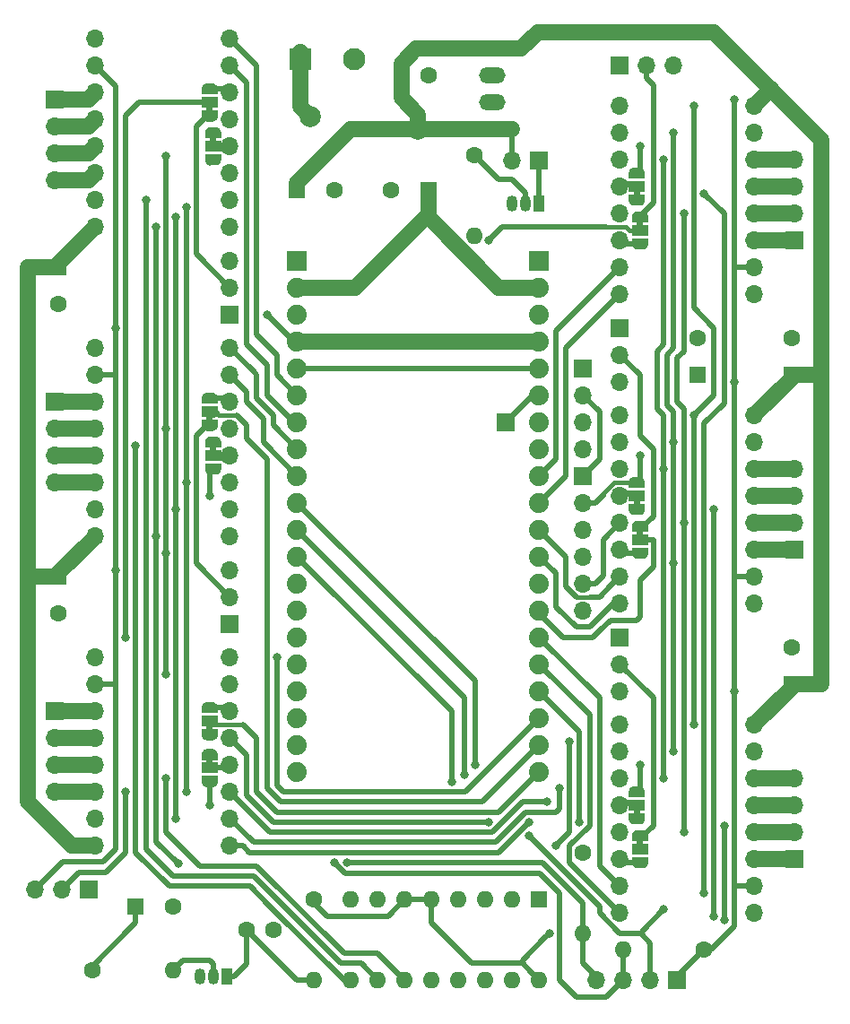
<source format=gbr>
G04 #@! TF.GenerationSoftware,KiCad,Pcbnew,(5.1.5-0-10_14)*
G04 #@! TF.CreationDate,2020-03-27T13:42:05+01:00*
G04 #@! TF.ProjectId,brett,62726574-742e-46b6-9963-61645f706362,A*
G04 #@! TF.SameCoordinates,Original*
G04 #@! TF.FileFunction,Copper,L1,Top*
G04 #@! TF.FilePolarity,Positive*
%FSLAX46Y46*%
G04 Gerber Fmt 4.6, Leading zero omitted, Abs format (unit mm)*
G04 Created by KiCad (PCBNEW (5.1.5-0-10_14)) date 2020-03-27 13:42:05*
%MOMM*%
%LPD*%
G04 APERTURE LIST*
%ADD10C,0.100000*%
%ADD11O,1.700000X1.700000*%
%ADD12R,1.700000X1.700000*%
%ADD13R,1.879600X1.879600*%
%ADD14C,1.879600*%
%ADD15O,1.600000X1.600000*%
%ADD16R,1.600000X1.600000*%
%ADD17R,1.500000X1.000000*%
%ADD18C,1.600000*%
%ADD19O,2.500000X1.500000*%
%ADD20R,2.500000X1.500000*%
%ADD21R,1.050000X1.500000*%
%ADD22O,1.050000X1.500000*%
%ADD23C,2.100000*%
%ADD24R,2.100000X2.100000*%
%ADD25C,2.010000*%
%ADD26C,0.800000*%
%ADD27C,0.500000*%
%ADD28C,1.500000*%
%ADD29C,0.400000*%
G04 APERTURE END LIST*
D10*
G36*
X65105000Y-86942500D02*
G01*
X65105000Y-86442500D01*
X65705000Y-86442500D01*
X65705000Y-86942500D01*
X65105000Y-86942500D01*
G37*
G36*
X66022500Y-89270000D02*
G01*
X66022500Y-89770000D01*
X65422500Y-89770000D01*
X65422500Y-89270000D01*
X66022500Y-89270000D01*
G37*
G36*
X106345000Y-67997500D02*
G01*
X106345000Y-68497500D01*
X105745000Y-68497500D01*
X105745000Y-67997500D01*
X106345000Y-67997500D01*
G37*
G36*
X105427500Y-65670000D02*
G01*
X105427500Y-65170000D01*
X106027500Y-65170000D01*
X106027500Y-65670000D01*
X105427500Y-65670000D01*
G37*
G36*
X106345000Y-97207500D02*
G01*
X106345000Y-97707500D01*
X105745000Y-97707500D01*
X105745000Y-97207500D01*
X106345000Y-97207500D01*
G37*
G36*
X105427500Y-94880000D02*
G01*
X105427500Y-94380000D01*
X106027500Y-94380000D01*
X106027500Y-94880000D01*
X105427500Y-94880000D01*
G37*
G36*
X106345000Y-126417500D02*
G01*
X106345000Y-126917500D01*
X105745000Y-126917500D01*
X105745000Y-126417500D01*
X106345000Y-126417500D01*
G37*
G36*
X105427500Y-124090000D02*
G01*
X105427500Y-123590000D01*
X106027500Y-123590000D01*
X106027500Y-124090000D01*
X105427500Y-124090000D01*
G37*
G36*
X65105000Y-116152500D02*
G01*
X65105000Y-115652500D01*
X65705000Y-115652500D01*
X65705000Y-116152500D01*
X65105000Y-116152500D01*
G37*
G36*
X65705000Y-118767500D02*
G01*
X65705000Y-119267500D01*
X65105000Y-119267500D01*
X65105000Y-118767500D01*
X65705000Y-118767500D01*
G37*
G36*
X65105000Y-57732500D02*
G01*
X65105000Y-57232500D01*
X65705000Y-57232500D01*
X65705000Y-57732500D01*
X65105000Y-57732500D01*
G37*
G36*
X66022500Y-60060000D02*
G01*
X66022500Y-60560000D01*
X65422500Y-60560000D01*
X65422500Y-60060000D01*
X66022500Y-60060000D01*
G37*
D11*
X100647500Y-104775000D03*
X100647500Y-102235000D03*
X100647500Y-99695000D03*
X100647500Y-97155000D03*
X100647500Y-94615000D03*
D12*
X100647500Y-92075000D03*
D11*
X100647500Y-89535000D03*
X100647500Y-86995000D03*
X100647500Y-84455000D03*
D12*
X100647500Y-81915000D03*
D13*
X73660000Y-71755000D03*
D14*
X73660000Y-74295000D03*
X73660000Y-76835000D03*
X73660000Y-79375000D03*
X73660000Y-81915000D03*
X73660000Y-84455000D03*
X73660000Y-86995000D03*
X73660000Y-89535000D03*
X73660000Y-92075000D03*
X73660000Y-94615000D03*
X73660000Y-97155000D03*
X73660000Y-99695000D03*
X73660000Y-102235000D03*
X73660000Y-104775000D03*
X73660000Y-107315000D03*
X73660000Y-109855000D03*
X73660000Y-112395000D03*
X73660000Y-114935000D03*
X73660000Y-117475000D03*
X73660000Y-120015000D03*
X96520000Y-120015000D03*
X96520000Y-117475000D03*
X96520000Y-114935000D03*
X96520000Y-112395000D03*
X96520000Y-109855000D03*
X96520000Y-107315000D03*
X96520000Y-104775000D03*
X96520000Y-102235000D03*
X96520000Y-99695000D03*
X96520000Y-97155000D03*
X96520000Y-94615000D03*
X96520000Y-92075000D03*
X96520000Y-89535000D03*
X96520000Y-86995000D03*
X96520000Y-84455000D03*
X96520000Y-81915000D03*
X96520000Y-79375000D03*
X96520000Y-76835000D03*
X96520000Y-74295000D03*
D13*
X96520000Y-71755000D03*
D15*
X96520000Y-139700000D03*
X78740000Y-132080000D03*
X93980000Y-139700000D03*
X81280000Y-132080000D03*
X91440000Y-139700000D03*
X83820000Y-132080000D03*
X88900000Y-139700000D03*
X86360000Y-132080000D03*
X86360000Y-139700000D03*
X88900000Y-132080000D03*
X83820000Y-139700000D03*
X91440000Y-132080000D03*
X81280000Y-139700000D03*
X93980000Y-132080000D03*
X78740000Y-139700000D03*
D16*
X96520000Y-132080000D03*
D11*
X104140000Y-74930000D03*
X104140000Y-72390000D03*
X104140000Y-69850000D03*
X104140000Y-67310000D03*
X104140000Y-64770000D03*
X104140000Y-62230000D03*
X104140000Y-59690000D03*
X104140000Y-57150000D03*
X116840000Y-57150000D03*
X116840000Y-59690000D03*
X116840000Y-62230000D03*
X116840000Y-64770000D03*
X116840000Y-67310000D03*
X116840000Y-69850000D03*
X116840000Y-72390000D03*
X116840000Y-74930000D03*
X104140000Y-104140000D03*
X104140000Y-101600000D03*
X104140000Y-99060000D03*
X104140000Y-96520000D03*
X104140000Y-93980000D03*
X104140000Y-91440000D03*
X104140000Y-88900000D03*
X104140000Y-86360000D03*
X116840000Y-86360000D03*
X116840000Y-88900000D03*
X116840000Y-91440000D03*
X116840000Y-93980000D03*
X116840000Y-96520000D03*
X116840000Y-99060000D03*
X116840000Y-101600000D03*
X116840000Y-104140000D03*
X104140000Y-133350000D03*
X104140000Y-130810000D03*
X104140000Y-128270000D03*
X104140000Y-125730000D03*
X104140000Y-123190000D03*
X104140000Y-120650000D03*
X104140000Y-118110000D03*
X104140000Y-115570000D03*
X116840000Y-115570000D03*
X116840000Y-118110000D03*
X116840000Y-120650000D03*
X116840000Y-123190000D03*
X116840000Y-125730000D03*
X116840000Y-128270000D03*
X116840000Y-130810000D03*
X116840000Y-133350000D03*
X67310000Y-109220000D03*
X67310000Y-111760000D03*
X67310000Y-114300000D03*
X67310000Y-116840000D03*
X67310000Y-119380000D03*
X67310000Y-121920000D03*
X67310000Y-124460000D03*
X67310000Y-127000000D03*
X54610000Y-127000000D03*
X54610000Y-124460000D03*
X54610000Y-121920000D03*
X54610000Y-119380000D03*
X54610000Y-116840000D03*
X54610000Y-114300000D03*
X54610000Y-111760000D03*
X54610000Y-109220000D03*
X67310000Y-80010000D03*
X67310000Y-82550000D03*
X67310000Y-85090000D03*
X67310000Y-87630000D03*
X67310000Y-90170000D03*
X67310000Y-92710000D03*
X67310000Y-95250000D03*
X67310000Y-97790000D03*
X54610000Y-97790000D03*
X54610000Y-95250000D03*
X54610000Y-92710000D03*
X54610000Y-90170000D03*
X54610000Y-87630000D03*
X54610000Y-85090000D03*
X54610000Y-82550000D03*
X54610000Y-80010000D03*
X50800000Y-92710000D03*
X50800000Y-90170000D03*
X50800000Y-87630000D03*
D12*
X50800000Y-85090000D03*
G04 #@! TA.AperFunction,SMDPad,CuDef*
D10*
G36*
X66155000Y-86792500D02*
G01*
X66155000Y-87342500D01*
X66154398Y-87342500D01*
X66154398Y-87367034D01*
X66149588Y-87415865D01*
X66140016Y-87463990D01*
X66125772Y-87510945D01*
X66106995Y-87556278D01*
X66083864Y-87599551D01*
X66056604Y-87640350D01*
X66025476Y-87678279D01*
X65990779Y-87712976D01*
X65952850Y-87744104D01*
X65912051Y-87771364D01*
X65868778Y-87794495D01*
X65823445Y-87813272D01*
X65776490Y-87827516D01*
X65728365Y-87837088D01*
X65679534Y-87841898D01*
X65655000Y-87841898D01*
X65655000Y-87842500D01*
X65155000Y-87842500D01*
X65155000Y-87841898D01*
X65130466Y-87841898D01*
X65081635Y-87837088D01*
X65033510Y-87827516D01*
X64986555Y-87813272D01*
X64941222Y-87794495D01*
X64897949Y-87771364D01*
X64857150Y-87744104D01*
X64819221Y-87712976D01*
X64784524Y-87678279D01*
X64753396Y-87640350D01*
X64726136Y-87599551D01*
X64703005Y-87556278D01*
X64684228Y-87510945D01*
X64669984Y-87463990D01*
X64660412Y-87415865D01*
X64655602Y-87367034D01*
X64655602Y-87342500D01*
X64655000Y-87342500D01*
X64655000Y-86792500D01*
X66155000Y-86792500D01*
G37*
G04 #@! TD.AperFunction*
D17*
X65405000Y-86042500D03*
G04 #@! TA.AperFunction,SMDPad,CuDef*
D10*
G36*
X64655602Y-84742500D02*
G01*
X64655602Y-84717966D01*
X64660412Y-84669135D01*
X64669984Y-84621010D01*
X64684228Y-84574055D01*
X64703005Y-84528722D01*
X64726136Y-84485449D01*
X64753396Y-84444650D01*
X64784524Y-84406721D01*
X64819221Y-84372024D01*
X64857150Y-84340896D01*
X64897949Y-84313636D01*
X64941222Y-84290505D01*
X64986555Y-84271728D01*
X65033510Y-84257484D01*
X65081635Y-84247912D01*
X65130466Y-84243102D01*
X65155000Y-84243102D01*
X65155000Y-84242500D01*
X65655000Y-84242500D01*
X65655000Y-84243102D01*
X65679534Y-84243102D01*
X65728365Y-84247912D01*
X65776490Y-84257484D01*
X65823445Y-84271728D01*
X65868778Y-84290505D01*
X65912051Y-84313636D01*
X65952850Y-84340896D01*
X65990779Y-84372024D01*
X66025476Y-84406721D01*
X66056604Y-84444650D01*
X66083864Y-84485449D01*
X66106995Y-84528722D01*
X66125772Y-84574055D01*
X66140016Y-84621010D01*
X66149588Y-84669135D01*
X66154398Y-84717966D01*
X66154398Y-84742500D01*
X66155000Y-84742500D01*
X66155000Y-85292500D01*
X64655000Y-85292500D01*
X64655000Y-84742500D01*
X64655602Y-84742500D01*
G37*
G04 #@! TD.AperFunction*
G04 #@! TA.AperFunction,SMDPad,CuDef*
G36*
X64972500Y-89420000D02*
G01*
X64972500Y-88870000D01*
X64973102Y-88870000D01*
X64973102Y-88845466D01*
X64977912Y-88796635D01*
X64987484Y-88748510D01*
X65001728Y-88701555D01*
X65020505Y-88656222D01*
X65043636Y-88612949D01*
X65070896Y-88572150D01*
X65102024Y-88534221D01*
X65136721Y-88499524D01*
X65174650Y-88468396D01*
X65215449Y-88441136D01*
X65258722Y-88418005D01*
X65304055Y-88399228D01*
X65351010Y-88384984D01*
X65399135Y-88375412D01*
X65447966Y-88370602D01*
X65472500Y-88370602D01*
X65472500Y-88370000D01*
X65972500Y-88370000D01*
X65972500Y-88370602D01*
X65997034Y-88370602D01*
X66045865Y-88375412D01*
X66093990Y-88384984D01*
X66140945Y-88399228D01*
X66186278Y-88418005D01*
X66229551Y-88441136D01*
X66270350Y-88468396D01*
X66308279Y-88499524D01*
X66342976Y-88534221D01*
X66374104Y-88572150D01*
X66401364Y-88612949D01*
X66424495Y-88656222D01*
X66443272Y-88701555D01*
X66457516Y-88748510D01*
X66467088Y-88796635D01*
X66471898Y-88845466D01*
X66471898Y-88870000D01*
X66472500Y-88870000D01*
X66472500Y-89420000D01*
X64972500Y-89420000D01*
G37*
G04 #@! TD.AperFunction*
D17*
X65722500Y-90170000D03*
G04 #@! TA.AperFunction,SMDPad,CuDef*
D10*
G36*
X66471898Y-91470000D02*
G01*
X66471898Y-91494534D01*
X66467088Y-91543365D01*
X66457516Y-91591490D01*
X66443272Y-91638445D01*
X66424495Y-91683778D01*
X66401364Y-91727051D01*
X66374104Y-91767850D01*
X66342976Y-91805779D01*
X66308279Y-91840476D01*
X66270350Y-91871604D01*
X66229551Y-91898864D01*
X66186278Y-91921995D01*
X66140945Y-91940772D01*
X66093990Y-91955016D01*
X66045865Y-91964588D01*
X65997034Y-91969398D01*
X65972500Y-91969398D01*
X65972500Y-91970000D01*
X65472500Y-91970000D01*
X65472500Y-91969398D01*
X65447966Y-91969398D01*
X65399135Y-91964588D01*
X65351010Y-91955016D01*
X65304055Y-91940772D01*
X65258722Y-91921995D01*
X65215449Y-91898864D01*
X65174650Y-91871604D01*
X65136721Y-91840476D01*
X65102024Y-91805779D01*
X65070896Y-91767850D01*
X65043636Y-91727051D01*
X65020505Y-91683778D01*
X65001728Y-91638445D01*
X64987484Y-91591490D01*
X64977912Y-91543365D01*
X64973102Y-91494534D01*
X64973102Y-91470000D01*
X64972500Y-91470000D01*
X64972500Y-90920000D01*
X66472500Y-90920000D01*
X66472500Y-91470000D01*
X66471898Y-91470000D01*
G37*
G04 #@! TD.AperFunction*
D11*
X67310000Y-100965000D03*
X67310000Y-103505000D03*
D12*
X67310000Y-106045000D03*
D18*
X51117500Y-105100000D03*
D16*
X51117500Y-101600000D03*
D11*
X67310000Y-50800000D03*
X67310000Y-53340000D03*
X67310000Y-55880000D03*
X67310000Y-58420000D03*
X67310000Y-60960000D03*
X67310000Y-63500000D03*
X67310000Y-66040000D03*
X67310000Y-68580000D03*
X54610000Y-68580000D03*
X54610000Y-66040000D03*
X54610000Y-63500000D03*
X54610000Y-60960000D03*
X54610000Y-58420000D03*
X54610000Y-55880000D03*
X54610000Y-53340000D03*
X54610000Y-50800000D03*
X120650000Y-62230000D03*
X120650000Y-64770000D03*
X120650000Y-67310000D03*
D12*
X120650000Y-69850000D03*
D11*
X120650000Y-91440000D03*
X120650000Y-93980000D03*
X120650000Y-96520000D03*
D12*
X120650000Y-99060000D03*
D11*
X120650000Y-120650000D03*
X120650000Y-123190000D03*
X120650000Y-125730000D03*
D12*
X120650000Y-128270000D03*
D11*
X50800000Y-121920000D03*
X50800000Y-119380000D03*
X50800000Y-116840000D03*
D12*
X50800000Y-114300000D03*
X93345000Y-86995000D03*
G04 #@! TA.AperFunction,SMDPad,CuDef*
D10*
G36*
X105295000Y-68147500D02*
G01*
X105295000Y-67597500D01*
X105295602Y-67597500D01*
X105295602Y-67572966D01*
X105300412Y-67524135D01*
X105309984Y-67476010D01*
X105324228Y-67429055D01*
X105343005Y-67383722D01*
X105366136Y-67340449D01*
X105393396Y-67299650D01*
X105424524Y-67261721D01*
X105459221Y-67227024D01*
X105497150Y-67195896D01*
X105537949Y-67168636D01*
X105581222Y-67145505D01*
X105626555Y-67126728D01*
X105673510Y-67112484D01*
X105721635Y-67102912D01*
X105770466Y-67098102D01*
X105795000Y-67098102D01*
X105795000Y-67097500D01*
X106295000Y-67097500D01*
X106295000Y-67098102D01*
X106319534Y-67098102D01*
X106368365Y-67102912D01*
X106416490Y-67112484D01*
X106463445Y-67126728D01*
X106508778Y-67145505D01*
X106552051Y-67168636D01*
X106592850Y-67195896D01*
X106630779Y-67227024D01*
X106665476Y-67261721D01*
X106696604Y-67299650D01*
X106723864Y-67340449D01*
X106746995Y-67383722D01*
X106765772Y-67429055D01*
X106780016Y-67476010D01*
X106789588Y-67524135D01*
X106794398Y-67572966D01*
X106794398Y-67597500D01*
X106795000Y-67597500D01*
X106795000Y-68147500D01*
X105295000Y-68147500D01*
G37*
G04 #@! TD.AperFunction*
D17*
X106045000Y-68897500D03*
G04 #@! TA.AperFunction,SMDPad,CuDef*
D10*
G36*
X106794398Y-70197500D02*
G01*
X106794398Y-70222034D01*
X106789588Y-70270865D01*
X106780016Y-70318990D01*
X106765772Y-70365945D01*
X106746995Y-70411278D01*
X106723864Y-70454551D01*
X106696604Y-70495350D01*
X106665476Y-70533279D01*
X106630779Y-70567976D01*
X106592850Y-70599104D01*
X106552051Y-70626364D01*
X106508778Y-70649495D01*
X106463445Y-70668272D01*
X106416490Y-70682516D01*
X106368365Y-70692088D01*
X106319534Y-70696898D01*
X106295000Y-70696898D01*
X106295000Y-70697500D01*
X105795000Y-70697500D01*
X105795000Y-70696898D01*
X105770466Y-70696898D01*
X105721635Y-70692088D01*
X105673510Y-70682516D01*
X105626555Y-70668272D01*
X105581222Y-70649495D01*
X105537949Y-70626364D01*
X105497150Y-70599104D01*
X105459221Y-70567976D01*
X105424524Y-70533279D01*
X105393396Y-70495350D01*
X105366136Y-70454551D01*
X105343005Y-70411278D01*
X105324228Y-70365945D01*
X105309984Y-70318990D01*
X105300412Y-70270865D01*
X105295602Y-70222034D01*
X105295602Y-70197500D01*
X105295000Y-70197500D01*
X105295000Y-69647500D01*
X106795000Y-69647500D01*
X106795000Y-70197500D01*
X106794398Y-70197500D01*
G37*
G04 #@! TD.AperFunction*
G04 #@! TA.AperFunction,SMDPad,CuDef*
G36*
X106477500Y-65520000D02*
G01*
X106477500Y-66070000D01*
X106476898Y-66070000D01*
X106476898Y-66094534D01*
X106472088Y-66143365D01*
X106462516Y-66191490D01*
X106448272Y-66238445D01*
X106429495Y-66283778D01*
X106406364Y-66327051D01*
X106379104Y-66367850D01*
X106347976Y-66405779D01*
X106313279Y-66440476D01*
X106275350Y-66471604D01*
X106234551Y-66498864D01*
X106191278Y-66521995D01*
X106145945Y-66540772D01*
X106098990Y-66555016D01*
X106050865Y-66564588D01*
X106002034Y-66569398D01*
X105977500Y-66569398D01*
X105977500Y-66570000D01*
X105477500Y-66570000D01*
X105477500Y-66569398D01*
X105452966Y-66569398D01*
X105404135Y-66564588D01*
X105356010Y-66555016D01*
X105309055Y-66540772D01*
X105263722Y-66521995D01*
X105220449Y-66498864D01*
X105179650Y-66471604D01*
X105141721Y-66440476D01*
X105107024Y-66405779D01*
X105075896Y-66367850D01*
X105048636Y-66327051D01*
X105025505Y-66283778D01*
X105006728Y-66238445D01*
X104992484Y-66191490D01*
X104982912Y-66143365D01*
X104978102Y-66094534D01*
X104978102Y-66070000D01*
X104977500Y-66070000D01*
X104977500Y-65520000D01*
X106477500Y-65520000D01*
G37*
G04 #@! TD.AperFunction*
D17*
X105727500Y-64770000D03*
G04 #@! TA.AperFunction,SMDPad,CuDef*
D10*
G36*
X104978102Y-63470000D02*
G01*
X104978102Y-63445466D01*
X104982912Y-63396635D01*
X104992484Y-63348510D01*
X105006728Y-63301555D01*
X105025505Y-63256222D01*
X105048636Y-63212949D01*
X105075896Y-63172150D01*
X105107024Y-63134221D01*
X105141721Y-63099524D01*
X105179650Y-63068396D01*
X105220449Y-63041136D01*
X105263722Y-63018005D01*
X105309055Y-62999228D01*
X105356010Y-62984984D01*
X105404135Y-62975412D01*
X105452966Y-62970602D01*
X105477500Y-62970602D01*
X105477500Y-62970000D01*
X105977500Y-62970000D01*
X105977500Y-62970602D01*
X106002034Y-62970602D01*
X106050865Y-62975412D01*
X106098990Y-62984984D01*
X106145945Y-62999228D01*
X106191278Y-63018005D01*
X106234551Y-63041136D01*
X106275350Y-63068396D01*
X106313279Y-63099524D01*
X106347976Y-63134221D01*
X106379104Y-63172150D01*
X106406364Y-63212949D01*
X106429495Y-63256222D01*
X106448272Y-63301555D01*
X106462516Y-63348510D01*
X106472088Y-63396635D01*
X106476898Y-63445466D01*
X106476898Y-63470000D01*
X106477500Y-63470000D01*
X106477500Y-64020000D01*
X104977500Y-64020000D01*
X104977500Y-63470000D01*
X104978102Y-63470000D01*
G37*
G04 #@! TD.AperFunction*
G04 #@! TA.AperFunction,SMDPad,CuDef*
G36*
X105295000Y-97357500D02*
G01*
X105295000Y-96807500D01*
X105295602Y-96807500D01*
X105295602Y-96782966D01*
X105300412Y-96734135D01*
X105309984Y-96686010D01*
X105324228Y-96639055D01*
X105343005Y-96593722D01*
X105366136Y-96550449D01*
X105393396Y-96509650D01*
X105424524Y-96471721D01*
X105459221Y-96437024D01*
X105497150Y-96405896D01*
X105537949Y-96378636D01*
X105581222Y-96355505D01*
X105626555Y-96336728D01*
X105673510Y-96322484D01*
X105721635Y-96312912D01*
X105770466Y-96308102D01*
X105795000Y-96308102D01*
X105795000Y-96307500D01*
X106295000Y-96307500D01*
X106295000Y-96308102D01*
X106319534Y-96308102D01*
X106368365Y-96312912D01*
X106416490Y-96322484D01*
X106463445Y-96336728D01*
X106508778Y-96355505D01*
X106552051Y-96378636D01*
X106592850Y-96405896D01*
X106630779Y-96437024D01*
X106665476Y-96471721D01*
X106696604Y-96509650D01*
X106723864Y-96550449D01*
X106746995Y-96593722D01*
X106765772Y-96639055D01*
X106780016Y-96686010D01*
X106789588Y-96734135D01*
X106794398Y-96782966D01*
X106794398Y-96807500D01*
X106795000Y-96807500D01*
X106795000Y-97357500D01*
X105295000Y-97357500D01*
G37*
G04 #@! TD.AperFunction*
D17*
X106045000Y-98107500D03*
G04 #@! TA.AperFunction,SMDPad,CuDef*
D10*
G36*
X106794398Y-99407500D02*
G01*
X106794398Y-99432034D01*
X106789588Y-99480865D01*
X106780016Y-99528990D01*
X106765772Y-99575945D01*
X106746995Y-99621278D01*
X106723864Y-99664551D01*
X106696604Y-99705350D01*
X106665476Y-99743279D01*
X106630779Y-99777976D01*
X106592850Y-99809104D01*
X106552051Y-99836364D01*
X106508778Y-99859495D01*
X106463445Y-99878272D01*
X106416490Y-99892516D01*
X106368365Y-99902088D01*
X106319534Y-99906898D01*
X106295000Y-99906898D01*
X106295000Y-99907500D01*
X105795000Y-99907500D01*
X105795000Y-99906898D01*
X105770466Y-99906898D01*
X105721635Y-99902088D01*
X105673510Y-99892516D01*
X105626555Y-99878272D01*
X105581222Y-99859495D01*
X105537949Y-99836364D01*
X105497150Y-99809104D01*
X105459221Y-99777976D01*
X105424524Y-99743279D01*
X105393396Y-99705350D01*
X105366136Y-99664551D01*
X105343005Y-99621278D01*
X105324228Y-99575945D01*
X105309984Y-99528990D01*
X105300412Y-99480865D01*
X105295602Y-99432034D01*
X105295602Y-99407500D01*
X105295000Y-99407500D01*
X105295000Y-98857500D01*
X106795000Y-98857500D01*
X106795000Y-99407500D01*
X106794398Y-99407500D01*
G37*
G04 #@! TD.AperFunction*
G04 #@! TA.AperFunction,SMDPad,CuDef*
G36*
X106477500Y-94730000D02*
G01*
X106477500Y-95280000D01*
X106476898Y-95280000D01*
X106476898Y-95304534D01*
X106472088Y-95353365D01*
X106462516Y-95401490D01*
X106448272Y-95448445D01*
X106429495Y-95493778D01*
X106406364Y-95537051D01*
X106379104Y-95577850D01*
X106347976Y-95615779D01*
X106313279Y-95650476D01*
X106275350Y-95681604D01*
X106234551Y-95708864D01*
X106191278Y-95731995D01*
X106145945Y-95750772D01*
X106098990Y-95765016D01*
X106050865Y-95774588D01*
X106002034Y-95779398D01*
X105977500Y-95779398D01*
X105977500Y-95780000D01*
X105477500Y-95780000D01*
X105477500Y-95779398D01*
X105452966Y-95779398D01*
X105404135Y-95774588D01*
X105356010Y-95765016D01*
X105309055Y-95750772D01*
X105263722Y-95731995D01*
X105220449Y-95708864D01*
X105179650Y-95681604D01*
X105141721Y-95650476D01*
X105107024Y-95615779D01*
X105075896Y-95577850D01*
X105048636Y-95537051D01*
X105025505Y-95493778D01*
X105006728Y-95448445D01*
X104992484Y-95401490D01*
X104982912Y-95353365D01*
X104978102Y-95304534D01*
X104978102Y-95280000D01*
X104977500Y-95280000D01*
X104977500Y-94730000D01*
X106477500Y-94730000D01*
G37*
G04 #@! TD.AperFunction*
D17*
X105727500Y-93980000D03*
G04 #@! TA.AperFunction,SMDPad,CuDef*
D10*
G36*
X104978102Y-92680000D02*
G01*
X104978102Y-92655466D01*
X104982912Y-92606635D01*
X104992484Y-92558510D01*
X105006728Y-92511555D01*
X105025505Y-92466222D01*
X105048636Y-92422949D01*
X105075896Y-92382150D01*
X105107024Y-92344221D01*
X105141721Y-92309524D01*
X105179650Y-92278396D01*
X105220449Y-92251136D01*
X105263722Y-92228005D01*
X105309055Y-92209228D01*
X105356010Y-92194984D01*
X105404135Y-92185412D01*
X105452966Y-92180602D01*
X105477500Y-92180602D01*
X105477500Y-92180000D01*
X105977500Y-92180000D01*
X105977500Y-92180602D01*
X106002034Y-92180602D01*
X106050865Y-92185412D01*
X106098990Y-92194984D01*
X106145945Y-92209228D01*
X106191278Y-92228005D01*
X106234551Y-92251136D01*
X106275350Y-92278396D01*
X106313279Y-92309524D01*
X106347976Y-92344221D01*
X106379104Y-92382150D01*
X106406364Y-92422949D01*
X106429495Y-92466222D01*
X106448272Y-92511555D01*
X106462516Y-92558510D01*
X106472088Y-92606635D01*
X106476898Y-92655466D01*
X106476898Y-92680000D01*
X106477500Y-92680000D01*
X106477500Y-93230000D01*
X104977500Y-93230000D01*
X104977500Y-92680000D01*
X104978102Y-92680000D01*
G37*
G04 #@! TD.AperFunction*
G04 #@! TA.AperFunction,SMDPad,CuDef*
G36*
X105295000Y-126567500D02*
G01*
X105295000Y-126017500D01*
X105295602Y-126017500D01*
X105295602Y-125992966D01*
X105300412Y-125944135D01*
X105309984Y-125896010D01*
X105324228Y-125849055D01*
X105343005Y-125803722D01*
X105366136Y-125760449D01*
X105393396Y-125719650D01*
X105424524Y-125681721D01*
X105459221Y-125647024D01*
X105497150Y-125615896D01*
X105537949Y-125588636D01*
X105581222Y-125565505D01*
X105626555Y-125546728D01*
X105673510Y-125532484D01*
X105721635Y-125522912D01*
X105770466Y-125518102D01*
X105795000Y-125518102D01*
X105795000Y-125517500D01*
X106295000Y-125517500D01*
X106295000Y-125518102D01*
X106319534Y-125518102D01*
X106368365Y-125522912D01*
X106416490Y-125532484D01*
X106463445Y-125546728D01*
X106508778Y-125565505D01*
X106552051Y-125588636D01*
X106592850Y-125615896D01*
X106630779Y-125647024D01*
X106665476Y-125681721D01*
X106696604Y-125719650D01*
X106723864Y-125760449D01*
X106746995Y-125803722D01*
X106765772Y-125849055D01*
X106780016Y-125896010D01*
X106789588Y-125944135D01*
X106794398Y-125992966D01*
X106794398Y-126017500D01*
X106795000Y-126017500D01*
X106795000Y-126567500D01*
X105295000Y-126567500D01*
G37*
G04 #@! TD.AperFunction*
D17*
X106045000Y-127317500D03*
G04 #@! TA.AperFunction,SMDPad,CuDef*
D10*
G36*
X106794398Y-128617500D02*
G01*
X106794398Y-128642034D01*
X106789588Y-128690865D01*
X106780016Y-128738990D01*
X106765772Y-128785945D01*
X106746995Y-128831278D01*
X106723864Y-128874551D01*
X106696604Y-128915350D01*
X106665476Y-128953279D01*
X106630779Y-128987976D01*
X106592850Y-129019104D01*
X106552051Y-129046364D01*
X106508778Y-129069495D01*
X106463445Y-129088272D01*
X106416490Y-129102516D01*
X106368365Y-129112088D01*
X106319534Y-129116898D01*
X106295000Y-129116898D01*
X106295000Y-129117500D01*
X105795000Y-129117500D01*
X105795000Y-129116898D01*
X105770466Y-129116898D01*
X105721635Y-129112088D01*
X105673510Y-129102516D01*
X105626555Y-129088272D01*
X105581222Y-129069495D01*
X105537949Y-129046364D01*
X105497150Y-129019104D01*
X105459221Y-128987976D01*
X105424524Y-128953279D01*
X105393396Y-128915350D01*
X105366136Y-128874551D01*
X105343005Y-128831278D01*
X105324228Y-128785945D01*
X105309984Y-128738990D01*
X105300412Y-128690865D01*
X105295602Y-128642034D01*
X105295602Y-128617500D01*
X105295000Y-128617500D01*
X105295000Y-128067500D01*
X106795000Y-128067500D01*
X106795000Y-128617500D01*
X106794398Y-128617500D01*
G37*
G04 #@! TD.AperFunction*
G04 #@! TA.AperFunction,SMDPad,CuDef*
G36*
X106477500Y-123940000D02*
G01*
X106477500Y-124490000D01*
X106476898Y-124490000D01*
X106476898Y-124514534D01*
X106472088Y-124563365D01*
X106462516Y-124611490D01*
X106448272Y-124658445D01*
X106429495Y-124703778D01*
X106406364Y-124747051D01*
X106379104Y-124787850D01*
X106347976Y-124825779D01*
X106313279Y-124860476D01*
X106275350Y-124891604D01*
X106234551Y-124918864D01*
X106191278Y-124941995D01*
X106145945Y-124960772D01*
X106098990Y-124975016D01*
X106050865Y-124984588D01*
X106002034Y-124989398D01*
X105977500Y-124989398D01*
X105977500Y-124990000D01*
X105477500Y-124990000D01*
X105477500Y-124989398D01*
X105452966Y-124989398D01*
X105404135Y-124984588D01*
X105356010Y-124975016D01*
X105309055Y-124960772D01*
X105263722Y-124941995D01*
X105220449Y-124918864D01*
X105179650Y-124891604D01*
X105141721Y-124860476D01*
X105107024Y-124825779D01*
X105075896Y-124787850D01*
X105048636Y-124747051D01*
X105025505Y-124703778D01*
X105006728Y-124658445D01*
X104992484Y-124611490D01*
X104982912Y-124563365D01*
X104978102Y-124514534D01*
X104978102Y-124490000D01*
X104977500Y-124490000D01*
X104977500Y-123940000D01*
X106477500Y-123940000D01*
G37*
G04 #@! TD.AperFunction*
D17*
X105727500Y-123190000D03*
G04 #@! TA.AperFunction,SMDPad,CuDef*
D10*
G36*
X104978102Y-121890000D02*
G01*
X104978102Y-121865466D01*
X104982912Y-121816635D01*
X104992484Y-121768510D01*
X105006728Y-121721555D01*
X105025505Y-121676222D01*
X105048636Y-121632949D01*
X105075896Y-121592150D01*
X105107024Y-121554221D01*
X105141721Y-121519524D01*
X105179650Y-121488396D01*
X105220449Y-121461136D01*
X105263722Y-121438005D01*
X105309055Y-121419228D01*
X105356010Y-121404984D01*
X105404135Y-121395412D01*
X105452966Y-121390602D01*
X105477500Y-121390602D01*
X105477500Y-121390000D01*
X105977500Y-121390000D01*
X105977500Y-121390602D01*
X106002034Y-121390602D01*
X106050865Y-121395412D01*
X106098990Y-121404984D01*
X106145945Y-121419228D01*
X106191278Y-121438005D01*
X106234551Y-121461136D01*
X106275350Y-121488396D01*
X106313279Y-121519524D01*
X106347976Y-121554221D01*
X106379104Y-121592150D01*
X106406364Y-121632949D01*
X106429495Y-121676222D01*
X106448272Y-121721555D01*
X106462516Y-121768510D01*
X106472088Y-121816635D01*
X106476898Y-121865466D01*
X106476898Y-121890000D01*
X106477500Y-121890000D01*
X106477500Y-122440000D01*
X104977500Y-122440000D01*
X104977500Y-121890000D01*
X104978102Y-121890000D01*
G37*
G04 #@! TD.AperFunction*
G04 #@! TA.AperFunction,SMDPad,CuDef*
G36*
X66155000Y-116002500D02*
G01*
X66155000Y-116552500D01*
X66154398Y-116552500D01*
X66154398Y-116577034D01*
X66149588Y-116625865D01*
X66140016Y-116673990D01*
X66125772Y-116720945D01*
X66106995Y-116766278D01*
X66083864Y-116809551D01*
X66056604Y-116850350D01*
X66025476Y-116888279D01*
X65990779Y-116922976D01*
X65952850Y-116954104D01*
X65912051Y-116981364D01*
X65868778Y-117004495D01*
X65823445Y-117023272D01*
X65776490Y-117037516D01*
X65728365Y-117047088D01*
X65679534Y-117051898D01*
X65655000Y-117051898D01*
X65655000Y-117052500D01*
X65155000Y-117052500D01*
X65155000Y-117051898D01*
X65130466Y-117051898D01*
X65081635Y-117047088D01*
X65033510Y-117037516D01*
X64986555Y-117023272D01*
X64941222Y-117004495D01*
X64897949Y-116981364D01*
X64857150Y-116954104D01*
X64819221Y-116922976D01*
X64784524Y-116888279D01*
X64753396Y-116850350D01*
X64726136Y-116809551D01*
X64703005Y-116766278D01*
X64684228Y-116720945D01*
X64669984Y-116673990D01*
X64660412Y-116625865D01*
X64655602Y-116577034D01*
X64655602Y-116552500D01*
X64655000Y-116552500D01*
X64655000Y-116002500D01*
X66155000Y-116002500D01*
G37*
G04 #@! TD.AperFunction*
D17*
X65405000Y-115252500D03*
G04 #@! TA.AperFunction,SMDPad,CuDef*
D10*
G36*
X64655602Y-113952500D02*
G01*
X64655602Y-113927966D01*
X64660412Y-113879135D01*
X64669984Y-113831010D01*
X64684228Y-113784055D01*
X64703005Y-113738722D01*
X64726136Y-113695449D01*
X64753396Y-113654650D01*
X64784524Y-113616721D01*
X64819221Y-113582024D01*
X64857150Y-113550896D01*
X64897949Y-113523636D01*
X64941222Y-113500505D01*
X64986555Y-113481728D01*
X65033510Y-113467484D01*
X65081635Y-113457912D01*
X65130466Y-113453102D01*
X65155000Y-113453102D01*
X65155000Y-113452500D01*
X65655000Y-113452500D01*
X65655000Y-113453102D01*
X65679534Y-113453102D01*
X65728365Y-113457912D01*
X65776490Y-113467484D01*
X65823445Y-113481728D01*
X65868778Y-113500505D01*
X65912051Y-113523636D01*
X65952850Y-113550896D01*
X65990779Y-113582024D01*
X66025476Y-113616721D01*
X66056604Y-113654650D01*
X66083864Y-113695449D01*
X66106995Y-113738722D01*
X66125772Y-113784055D01*
X66140016Y-113831010D01*
X66149588Y-113879135D01*
X66154398Y-113927966D01*
X66154398Y-113952500D01*
X66155000Y-113952500D01*
X66155000Y-114502500D01*
X64655000Y-114502500D01*
X64655000Y-113952500D01*
X64655602Y-113952500D01*
G37*
G04 #@! TD.AperFunction*
G04 #@! TA.AperFunction,SMDPad,CuDef*
G36*
X64655000Y-118917500D02*
G01*
X64655000Y-118367500D01*
X64655602Y-118367500D01*
X64655602Y-118342966D01*
X64660412Y-118294135D01*
X64669984Y-118246010D01*
X64684228Y-118199055D01*
X64703005Y-118153722D01*
X64726136Y-118110449D01*
X64753396Y-118069650D01*
X64784524Y-118031721D01*
X64819221Y-117997024D01*
X64857150Y-117965896D01*
X64897949Y-117938636D01*
X64941222Y-117915505D01*
X64986555Y-117896728D01*
X65033510Y-117882484D01*
X65081635Y-117872912D01*
X65130466Y-117868102D01*
X65155000Y-117868102D01*
X65155000Y-117867500D01*
X65655000Y-117867500D01*
X65655000Y-117868102D01*
X65679534Y-117868102D01*
X65728365Y-117872912D01*
X65776490Y-117882484D01*
X65823445Y-117896728D01*
X65868778Y-117915505D01*
X65912051Y-117938636D01*
X65952850Y-117965896D01*
X65990779Y-117997024D01*
X66025476Y-118031721D01*
X66056604Y-118069650D01*
X66083864Y-118110449D01*
X66106995Y-118153722D01*
X66125772Y-118199055D01*
X66140016Y-118246010D01*
X66149588Y-118294135D01*
X66154398Y-118342966D01*
X66154398Y-118367500D01*
X66155000Y-118367500D01*
X66155000Y-118917500D01*
X64655000Y-118917500D01*
G37*
G04 #@! TD.AperFunction*
D17*
X65405000Y-119667500D03*
G04 #@! TA.AperFunction,SMDPad,CuDef*
D10*
G36*
X66154398Y-120967500D02*
G01*
X66154398Y-120992034D01*
X66149588Y-121040865D01*
X66140016Y-121088990D01*
X66125772Y-121135945D01*
X66106995Y-121181278D01*
X66083864Y-121224551D01*
X66056604Y-121265350D01*
X66025476Y-121303279D01*
X65990779Y-121337976D01*
X65952850Y-121369104D01*
X65912051Y-121396364D01*
X65868778Y-121419495D01*
X65823445Y-121438272D01*
X65776490Y-121452516D01*
X65728365Y-121462088D01*
X65679534Y-121466898D01*
X65655000Y-121466898D01*
X65655000Y-121467500D01*
X65155000Y-121467500D01*
X65155000Y-121466898D01*
X65130466Y-121466898D01*
X65081635Y-121462088D01*
X65033510Y-121452516D01*
X64986555Y-121438272D01*
X64941222Y-121419495D01*
X64897949Y-121396364D01*
X64857150Y-121369104D01*
X64819221Y-121337976D01*
X64784524Y-121303279D01*
X64753396Y-121265350D01*
X64726136Y-121224551D01*
X64703005Y-121181278D01*
X64684228Y-121135945D01*
X64669984Y-121088990D01*
X64660412Y-121040865D01*
X64655602Y-120992034D01*
X64655602Y-120967500D01*
X64655000Y-120967500D01*
X64655000Y-120417500D01*
X66155000Y-120417500D01*
X66155000Y-120967500D01*
X66154398Y-120967500D01*
G37*
G04 #@! TD.AperFunction*
D11*
X109220000Y-53340000D03*
X106680000Y-53340000D03*
D12*
X104140000Y-53340000D03*
D11*
X104140000Y-83185000D03*
X104140000Y-80645000D03*
D12*
X104140000Y-78105000D03*
D11*
X104140000Y-112395000D03*
X104140000Y-109855000D03*
D12*
X104140000Y-107315000D03*
D11*
X48895000Y-131127500D03*
X51435000Y-131127500D03*
D12*
X53975000Y-131127500D03*
D18*
X111442500Y-79050000D03*
D16*
X111442500Y-82550000D03*
D18*
X120332500Y-79050000D03*
D16*
X120332500Y-82550000D03*
D18*
X120332500Y-108260000D03*
D16*
X120332500Y-111760000D03*
D18*
X61920000Y-132715000D03*
D16*
X58420000Y-132715000D03*
D12*
X50800000Y-56515000D03*
D11*
X50800000Y-59055000D03*
X50800000Y-61595000D03*
X50800000Y-64135000D03*
G04 #@! TA.AperFunction,SMDPad,CuDef*
D10*
G36*
X66155000Y-57582500D02*
G01*
X66155000Y-58132500D01*
X66154398Y-58132500D01*
X66154398Y-58157034D01*
X66149588Y-58205865D01*
X66140016Y-58253990D01*
X66125772Y-58300945D01*
X66106995Y-58346278D01*
X66083864Y-58389551D01*
X66056604Y-58430350D01*
X66025476Y-58468279D01*
X65990779Y-58502976D01*
X65952850Y-58534104D01*
X65912051Y-58561364D01*
X65868778Y-58584495D01*
X65823445Y-58603272D01*
X65776490Y-58617516D01*
X65728365Y-58627088D01*
X65679534Y-58631898D01*
X65655000Y-58631898D01*
X65655000Y-58632500D01*
X65155000Y-58632500D01*
X65155000Y-58631898D01*
X65130466Y-58631898D01*
X65081635Y-58627088D01*
X65033510Y-58617516D01*
X64986555Y-58603272D01*
X64941222Y-58584495D01*
X64897949Y-58561364D01*
X64857150Y-58534104D01*
X64819221Y-58502976D01*
X64784524Y-58468279D01*
X64753396Y-58430350D01*
X64726136Y-58389551D01*
X64703005Y-58346278D01*
X64684228Y-58300945D01*
X64669984Y-58253990D01*
X64660412Y-58205865D01*
X64655602Y-58157034D01*
X64655602Y-58132500D01*
X64655000Y-58132500D01*
X64655000Y-57582500D01*
X66155000Y-57582500D01*
G37*
G04 #@! TD.AperFunction*
D17*
X65405000Y-56832500D03*
G04 #@! TA.AperFunction,SMDPad,CuDef*
D10*
G36*
X64655602Y-55532500D02*
G01*
X64655602Y-55507966D01*
X64660412Y-55459135D01*
X64669984Y-55411010D01*
X64684228Y-55364055D01*
X64703005Y-55318722D01*
X64726136Y-55275449D01*
X64753396Y-55234650D01*
X64784524Y-55196721D01*
X64819221Y-55162024D01*
X64857150Y-55130896D01*
X64897949Y-55103636D01*
X64941222Y-55080505D01*
X64986555Y-55061728D01*
X65033510Y-55047484D01*
X65081635Y-55037912D01*
X65130466Y-55033102D01*
X65155000Y-55033102D01*
X65155000Y-55032500D01*
X65655000Y-55032500D01*
X65655000Y-55033102D01*
X65679534Y-55033102D01*
X65728365Y-55037912D01*
X65776490Y-55047484D01*
X65823445Y-55061728D01*
X65868778Y-55080505D01*
X65912051Y-55103636D01*
X65952850Y-55130896D01*
X65990779Y-55162024D01*
X66025476Y-55196721D01*
X66056604Y-55234650D01*
X66083864Y-55275449D01*
X66106995Y-55318722D01*
X66125772Y-55364055D01*
X66140016Y-55411010D01*
X66149588Y-55459135D01*
X66154398Y-55507966D01*
X66154398Y-55532500D01*
X66155000Y-55532500D01*
X66155000Y-56082500D01*
X64655000Y-56082500D01*
X64655000Y-55532500D01*
X64655602Y-55532500D01*
G37*
G04 #@! TD.AperFunction*
G04 #@! TA.AperFunction,SMDPad,CuDef*
G36*
X64972500Y-60210000D02*
G01*
X64972500Y-59660000D01*
X64973102Y-59660000D01*
X64973102Y-59635466D01*
X64977912Y-59586635D01*
X64987484Y-59538510D01*
X65001728Y-59491555D01*
X65020505Y-59446222D01*
X65043636Y-59402949D01*
X65070896Y-59362150D01*
X65102024Y-59324221D01*
X65136721Y-59289524D01*
X65174650Y-59258396D01*
X65215449Y-59231136D01*
X65258722Y-59208005D01*
X65304055Y-59189228D01*
X65351010Y-59174984D01*
X65399135Y-59165412D01*
X65447966Y-59160602D01*
X65472500Y-59160602D01*
X65472500Y-59160000D01*
X65972500Y-59160000D01*
X65972500Y-59160602D01*
X65997034Y-59160602D01*
X66045865Y-59165412D01*
X66093990Y-59174984D01*
X66140945Y-59189228D01*
X66186278Y-59208005D01*
X66229551Y-59231136D01*
X66270350Y-59258396D01*
X66308279Y-59289524D01*
X66342976Y-59324221D01*
X66374104Y-59362150D01*
X66401364Y-59402949D01*
X66424495Y-59446222D01*
X66443272Y-59491555D01*
X66457516Y-59538510D01*
X66467088Y-59586635D01*
X66471898Y-59635466D01*
X66471898Y-59660000D01*
X66472500Y-59660000D01*
X66472500Y-60210000D01*
X64972500Y-60210000D01*
G37*
G04 #@! TD.AperFunction*
D17*
X65722500Y-60960000D03*
G04 #@! TA.AperFunction,SMDPad,CuDef*
D10*
G36*
X66471898Y-62260000D02*
G01*
X66471898Y-62284534D01*
X66467088Y-62333365D01*
X66457516Y-62381490D01*
X66443272Y-62428445D01*
X66424495Y-62473778D01*
X66401364Y-62517051D01*
X66374104Y-62557850D01*
X66342976Y-62595779D01*
X66308279Y-62630476D01*
X66270350Y-62661604D01*
X66229551Y-62688864D01*
X66186278Y-62711995D01*
X66140945Y-62730772D01*
X66093990Y-62745016D01*
X66045865Y-62754588D01*
X65997034Y-62759398D01*
X65972500Y-62759398D01*
X65972500Y-62760000D01*
X65472500Y-62760000D01*
X65472500Y-62759398D01*
X65447966Y-62759398D01*
X65399135Y-62754588D01*
X65351010Y-62745016D01*
X65304055Y-62730772D01*
X65258722Y-62711995D01*
X65215449Y-62688864D01*
X65174650Y-62661604D01*
X65136721Y-62630476D01*
X65102024Y-62595779D01*
X65070896Y-62557850D01*
X65043636Y-62517051D01*
X65020505Y-62473778D01*
X65001728Y-62428445D01*
X64987484Y-62381490D01*
X64977912Y-62333365D01*
X64973102Y-62284534D01*
X64973102Y-62260000D01*
X64972500Y-62260000D01*
X64972500Y-61710000D01*
X66472500Y-61710000D01*
X66472500Y-62260000D01*
X66471898Y-62260000D01*
G37*
G04 #@! TD.AperFunction*
D11*
X67310000Y-71755000D03*
X67310000Y-74295000D03*
D12*
X67310000Y-76835000D03*
D18*
X71397500Y-134937500D03*
X68897500Y-134937500D03*
D16*
X51117500Y-72390000D03*
D18*
X51117500Y-75890000D03*
D19*
X92075000Y-56832500D03*
X92075000Y-54292500D03*
D20*
X92075000Y-51752500D03*
D15*
X90360500Y-69405500D03*
D18*
X90360500Y-61785500D03*
D15*
X104457500Y-136842500D03*
D18*
X112077500Y-136842500D03*
D15*
X100647500Y-135255000D03*
D18*
X100647500Y-127635000D03*
D15*
X75247500Y-139700000D03*
D18*
X75247500Y-132080000D03*
D15*
X61912500Y-138747500D03*
D18*
X54292500Y-138747500D03*
D21*
X96456500Y-66357500D03*
D22*
X93916500Y-66357500D03*
X95186500Y-66357500D03*
D21*
X66992500Y-139382500D03*
D22*
X64452500Y-139382500D03*
X65722500Y-139382500D03*
D11*
X93916500Y-62293500D03*
D12*
X96456500Y-62293500D03*
D11*
X101917500Y-139700000D03*
X104457500Y-139700000D03*
X106997500Y-139700000D03*
D12*
X109537500Y-139700000D03*
D23*
X79057500Y-52705000D03*
D24*
X73977500Y-52705000D03*
D25*
X74890000Y-58172500D03*
X85090000Y-59372500D03*
D18*
X82542500Y-65087500D03*
D16*
X86042500Y-65087500D03*
D18*
X86042500Y-54252500D03*
X86042500Y-51752500D03*
X77160000Y-65087500D03*
D16*
X73660000Y-65087500D03*
D26*
X95567500Y-126047500D03*
X65405000Y-93980000D03*
X65405000Y-123190000D03*
X106045000Y-119380000D03*
X106045000Y-90170000D03*
X106045000Y-60960000D03*
X70802500Y-76835000D03*
X67310000Y-76835000D03*
X65722493Y-62260007D03*
X108267500Y-133032500D03*
X60325000Y-97790000D03*
X111125000Y-115570000D03*
X111125000Y-86360000D03*
X111125000Y-57150000D03*
X62423394Y-128711606D03*
X60325000Y-68580000D03*
X95567488Y-124777500D03*
X56515000Y-100965000D03*
X114935000Y-112395000D03*
X114935000Y-83185000D03*
X114935000Y-56515000D03*
X56515000Y-78104980D03*
X97472500Y-135255000D03*
X63182500Y-92710000D03*
X63182500Y-121920000D03*
X108267500Y-120650000D03*
X108267500Y-91440000D03*
X108267500Y-62230000D03*
X63182500Y-66675000D03*
X97224279Y-122872496D03*
X62230000Y-95250000D03*
X62230000Y-124460000D03*
X109220000Y-118110000D03*
X109220000Y-88900000D03*
X109220000Y-59690000D03*
X62230000Y-67627500D03*
X109220000Y-100330000D03*
X98425000Y-121602500D03*
X61277500Y-87630000D03*
X110172500Y-125730000D03*
X110172500Y-96520000D03*
X110172500Y-67310000D03*
X61277500Y-61912488D03*
X61277500Y-110807492D03*
X61277500Y-99377500D03*
X91757492Y-124777500D03*
X77152500Y-128587500D03*
X57467500Y-107315000D03*
X71755000Y-109220000D03*
X90487500Y-119380006D03*
X89487487Y-120332536D03*
X88265000Y-120967500D03*
X100330000Y-124777500D03*
X106045000Y-127317500D03*
X91757500Y-69831998D03*
X65405000Y-116552500D03*
X57467500Y-121920000D03*
X58420000Y-89217500D03*
X65722503Y-88869997D03*
X65405000Y-118367500D03*
X61277500Y-120650000D03*
X59372500Y-66040000D03*
X65722496Y-59660004D03*
X78400672Y-128587500D03*
X113982500Y-133985000D03*
X113982500Y-125095000D03*
X105727501Y-124489999D03*
X113030000Y-95250000D03*
X113030000Y-133667500D03*
X105727506Y-95279994D03*
X112077500Y-65405000D03*
X105727472Y-66070028D03*
X112077500Y-131444990D03*
X99377500Y-117157500D03*
X98107500Y-126999988D03*
D27*
X65405000Y-91757500D02*
X65405000Y-93980000D01*
X65405000Y-120967500D02*
X65405000Y-123190000D01*
X106045000Y-121602500D02*
X106045000Y-119380000D01*
X106045000Y-92392500D02*
X106045000Y-90170000D01*
X106045000Y-63182500D02*
X106045000Y-60960000D01*
D28*
X54547490Y-66102510D02*
X54547490Y-66040000D01*
D27*
X73342500Y-79375000D02*
X70802500Y-76835000D01*
X73660000Y-79375000D02*
X73342500Y-79375000D01*
X65435000Y-62547500D02*
X65722493Y-62260007D01*
X65405000Y-62547500D02*
X65435000Y-62547500D01*
X101849581Y-94615000D02*
X102552500Y-93912081D01*
X100647500Y-94615000D02*
X101849581Y-94615000D01*
D29*
X104879908Y-92680000D02*
X105727500Y-92680000D01*
X104869907Y-92690001D02*
X104879908Y-92680000D01*
X103579997Y-92690001D02*
X104869907Y-92690001D01*
X102552500Y-93717498D02*
X103579997Y-92690001D01*
X102552500Y-93912081D02*
X102552500Y-93717498D01*
D27*
X106997500Y-136207500D02*
X106997500Y-139700000D01*
X95567500Y-126047500D02*
X102235000Y-132715000D01*
X104120998Y-135255000D02*
X106045000Y-135255000D01*
X102235000Y-133369002D02*
X104120998Y-135255000D01*
X102235000Y-132715000D02*
X102235000Y-133369002D01*
X106203750Y-135096250D02*
X108267500Y-133032500D01*
X106203750Y-135413750D02*
X106203750Y-135096250D01*
X106045000Y-135255000D02*
X106203750Y-135413750D01*
X106203750Y-135413750D02*
X106997500Y-136207500D01*
D28*
X73660000Y-79375000D02*
X96520000Y-79375000D01*
D27*
X111125000Y-115570000D02*
X111125000Y-105410000D01*
X111125000Y-105410000D02*
X111125000Y-86360000D01*
X60325000Y-126613213D02*
X60325000Y-126047528D01*
X60325000Y-97790000D02*
X60325000Y-126047528D01*
X62423394Y-128711606D02*
X60325000Y-126613213D01*
X60325000Y-97790000D02*
X60325000Y-68580000D01*
X95167489Y-125177499D02*
X95567488Y-124777500D01*
X92709988Y-127635000D02*
X95167489Y-125177499D01*
X68512081Y-127000000D02*
X69147081Y-127635000D01*
X67310000Y-127000000D02*
X68512081Y-127000000D01*
X69147081Y-127635000D02*
X92709988Y-127635000D01*
X73660000Y-139700000D02*
X74930000Y-139700000D01*
X68897500Y-134937500D02*
X73660000Y-139700000D01*
X111125000Y-76200000D02*
X111125000Y-57150000D01*
X113030000Y-78105000D02*
X111125000Y-76200000D01*
X113030000Y-84455000D02*
X113030000Y-78105000D01*
X111125000Y-86360000D02*
X113030000Y-84455000D01*
X67700000Y-139382500D02*
X66992500Y-139382500D01*
X68897500Y-138185000D02*
X67700000Y-139382500D01*
X68897500Y-134937500D02*
X68897500Y-138185000D01*
X69850000Y-78740000D02*
X69850000Y-53340000D01*
X69850000Y-53340000D02*
X67310000Y-50800000D01*
X71755000Y-80645000D02*
X69850000Y-78740000D01*
X71755000Y-82550000D02*
X71755000Y-80645000D01*
X73660000Y-84455000D02*
X71755000Y-82550000D01*
X66962500Y-52992500D02*
X67310000Y-53340000D01*
X68159999Y-54189999D02*
X67310000Y-53340000D01*
X68897500Y-54927500D02*
X68159999Y-54189999D01*
X73660000Y-86995000D02*
X73342500Y-86995000D01*
X68897500Y-79692500D02*
X68897500Y-54927500D01*
X70802500Y-81597500D02*
X68897500Y-79692500D01*
X70802500Y-84455000D02*
X70802500Y-81597500D01*
X73342500Y-86995000D02*
X70802500Y-84455000D01*
D28*
X48260000Y-72390000D02*
X48260000Y-78740000D01*
X48260000Y-101600000D02*
X48260000Y-78740000D01*
X51117500Y-72390000D02*
X48260000Y-72390000D01*
X51117500Y-101600000D02*
X48260000Y-101600000D01*
X54547490Y-97852510D02*
X54547490Y-97790000D01*
X51117500Y-101282500D02*
X54547490Y-97852510D01*
X51117500Y-101600000D02*
X51117500Y-101282500D01*
X54547490Y-127062510D02*
X54547490Y-127000000D01*
X123190000Y-111760000D02*
X123190000Y-105410000D01*
X120332500Y-111760000D02*
X123190000Y-111760000D01*
X116902510Y-115507490D02*
X116902510Y-115570000D01*
X120332500Y-112077500D02*
X116902510Y-115507490D01*
X120332500Y-111760000D02*
X120332500Y-112077500D01*
X123190000Y-82550000D02*
X123190000Y-105410000D01*
X120332500Y-82550000D02*
X123190000Y-82550000D01*
X116902510Y-86297490D02*
X116902510Y-86360000D01*
X120332500Y-82867500D02*
X116902510Y-86297490D01*
X120332500Y-82550000D02*
X120332500Y-82867500D01*
X116902510Y-57087490D02*
X116902510Y-57150000D01*
X85090000Y-57951216D02*
X83502500Y-56363716D01*
X85090000Y-59372500D02*
X85090000Y-57951216D01*
X83502500Y-53161130D02*
X84911130Y-51752500D01*
X84911130Y-51752500D02*
X86042500Y-51752500D01*
X83502500Y-56363716D02*
X83502500Y-53161130D01*
X92075000Y-51752500D02*
X86042500Y-51752500D01*
X73660000Y-65087500D02*
X73660000Y-64452500D01*
X78740000Y-59372500D02*
X85090000Y-59372500D01*
X73660000Y-64452500D02*
X78740000Y-59372500D01*
D27*
X92075000Y-51752500D02*
X92575000Y-51752500D01*
X93916500Y-59436000D02*
X93980000Y-59372500D01*
X93916500Y-62293500D02*
X93916500Y-59436000D01*
D28*
X93980000Y-59372500D02*
X85090000Y-59372500D01*
X51117500Y-72072500D02*
X54610000Y-68580000D01*
X51117500Y-72390000D02*
X51117500Y-72072500D01*
X116840000Y-57150000D02*
X118420000Y-55570000D01*
X96412500Y-50165000D02*
X94825000Y-51752500D01*
X94825000Y-51752500D02*
X92075000Y-51752500D01*
X123190000Y-60325000D02*
X113030000Y-50165000D01*
X113030000Y-50165000D02*
X96412500Y-50165000D01*
X123190000Y-82550000D02*
X123190000Y-60325000D01*
X48260000Y-122872500D02*
X52387500Y-127000000D01*
X52387500Y-127000000D02*
X54610000Y-127000000D01*
X48260000Y-101600000D02*
X48260000Y-122872500D01*
D27*
X58420000Y-134302500D02*
X58420000Y-132715000D01*
X53975000Y-138747500D02*
X58420000Y-134302500D01*
X54610000Y-82550000D02*
X55880000Y-82550000D01*
X55880000Y-82550000D02*
X56515000Y-82550000D01*
X56515000Y-82550000D02*
X56515000Y-82867500D01*
X56515000Y-100965000D02*
X56515000Y-107950000D01*
X56515000Y-82867500D02*
X56515000Y-100965000D01*
X54610000Y-111760000D02*
X55880000Y-111760000D01*
X55880000Y-111760000D02*
X56515000Y-111760000D01*
X56515000Y-107950000D02*
X56515000Y-111760000D01*
X116840000Y-130810000D02*
X115570000Y-130810000D01*
X115570000Y-130810000D02*
X114935000Y-130810000D01*
X114935000Y-130810000D02*
X114935000Y-130492500D01*
X114935000Y-112395000D02*
X114935000Y-105410000D01*
X114935000Y-130492500D02*
X114935000Y-112395000D01*
X116840000Y-101600000D02*
X115570000Y-101600000D01*
X115570000Y-101600000D02*
X114935000Y-101600000D01*
X114935000Y-101600000D02*
X114935000Y-101282500D01*
X114935000Y-105410000D02*
X114935000Y-101600000D01*
X114935000Y-83185000D02*
X114935000Y-76200000D01*
X114935000Y-101282500D02*
X114935000Y-83185000D01*
X116840000Y-72390000D02*
X115570000Y-72390000D01*
X115570000Y-72390000D02*
X114935000Y-72390000D01*
X114935000Y-76200000D02*
X114935000Y-72390000D01*
X114935000Y-72390000D02*
X114935000Y-56515000D01*
X56515000Y-82550000D02*
X56515000Y-78104980D01*
X54610000Y-53340000D02*
X56515000Y-55245000D01*
X56515000Y-55245000D02*
X56515000Y-77539295D01*
X56515000Y-77539295D02*
X56515000Y-78104980D01*
X83820000Y-132080000D02*
X86360000Y-132080000D01*
X90170000Y-138112500D02*
X94932500Y-138112500D01*
X86360000Y-132080000D02*
X86360000Y-134302500D01*
X86360000Y-134302500D02*
X90170000Y-138112500D01*
X95720001Y-138900001D02*
X96520000Y-139700000D01*
X94932500Y-138112500D02*
X95720001Y-138900001D01*
X96520000Y-81915000D02*
X73660000Y-81915000D01*
X82232500Y-133667500D02*
X83820000Y-132080000D01*
X76517500Y-133667500D02*
X82232500Y-133667500D01*
X74930000Y-132080000D02*
X76517500Y-133667500D01*
X109537500Y-139382500D02*
X112077500Y-136842500D01*
X109537500Y-139700000D02*
X109537500Y-139382500D01*
X112712500Y-136842500D02*
X114935000Y-134620000D01*
X112077500Y-136842500D02*
X112712500Y-136842500D01*
X102235000Y-86042500D02*
X100647500Y-84455000D01*
X102235000Y-90487500D02*
X102235000Y-86042500D01*
X100647500Y-92075000D02*
X102235000Y-90487500D01*
X94932500Y-137795000D02*
X97072501Y-135654999D01*
X94932500Y-138112500D02*
X94932500Y-137795000D01*
X97072501Y-135654999D02*
X97472500Y-135255000D01*
X114935000Y-134620000D02*
X114935000Y-130810000D01*
X51522499Y-128500001D02*
X49744999Y-130277501D01*
X55332499Y-128500001D02*
X51522499Y-128500001D01*
X49744999Y-130277501D02*
X48895000Y-131127500D01*
X56515000Y-127317500D02*
X55332499Y-128500001D01*
X56515000Y-111760000D02*
X56515000Y-127317500D01*
D28*
X79135000Y-74295000D02*
X86042500Y-67387500D01*
X73660000Y-74295000D02*
X79135000Y-74295000D01*
X86042500Y-67387500D02*
X86042500Y-65087500D01*
X92659998Y-74295000D02*
X86042500Y-67677502D01*
X96520000Y-74295000D02*
X92659998Y-74295000D01*
D27*
X63182500Y-92710000D02*
X63182500Y-107950000D01*
X63182500Y-107950000D02*
X63182500Y-121920000D01*
X108267500Y-120650000D02*
X108267500Y-105410000D01*
X108267500Y-105410000D02*
X108267500Y-91440000D01*
X63182500Y-92710000D02*
X63182500Y-66675000D01*
X96658594Y-122872496D02*
X97224279Y-122872496D01*
X94932504Y-122872496D02*
X96658594Y-122872496D01*
X92075000Y-125730000D02*
X94932504Y-122872496D01*
X71120000Y-125730000D02*
X92075000Y-125730000D01*
X67310000Y-121920000D02*
X71120000Y-125730000D01*
X108267500Y-79692500D02*
X108267500Y-62230000D01*
X107632500Y-85725000D02*
X107632500Y-80327500D01*
X107632500Y-80327500D02*
X108267500Y-79692500D01*
X108267500Y-86360000D02*
X107632500Y-85725000D01*
X108267500Y-91440000D02*
X108267500Y-86360000D01*
X62230000Y-95250000D02*
X62230000Y-107950000D01*
X62230000Y-107950000D02*
X62230000Y-124460000D01*
X109220000Y-118110000D02*
X109220000Y-105410000D01*
X62230000Y-95250000D02*
X62230000Y-67627500D01*
X108585000Y-80645000D02*
X109220000Y-80010000D01*
X108585000Y-85407500D02*
X108585000Y-80645000D01*
X109220000Y-80010000D02*
X109220000Y-59690000D01*
X109220000Y-86042500D02*
X108585000Y-85407500D01*
X109220000Y-88900000D02*
X109220000Y-86042500D01*
X109220000Y-100330000D02*
X109220000Y-88900000D01*
X109220000Y-105410000D02*
X109220000Y-100330000D01*
X98425000Y-123507500D02*
X98425000Y-122168185D01*
X98425000Y-122168185D02*
X98425000Y-121602500D01*
X69532500Y-126682500D02*
X92392500Y-126682500D01*
X98107500Y-123825000D02*
X98425000Y-123507500D01*
X95250000Y-123825000D02*
X98107500Y-123825000D01*
X67310000Y-124460000D02*
X69532500Y-126682500D01*
X92392500Y-126682500D02*
X95250000Y-123825000D01*
X110172500Y-125730000D02*
X110172500Y-105410000D01*
X110172500Y-105410000D02*
X110172500Y-96520000D01*
X67022500Y-58707500D02*
X67310000Y-58420000D01*
X61277500Y-62478173D02*
X61277500Y-61912488D01*
X61277500Y-87630000D02*
X61277500Y-62478173D01*
X61277500Y-110807492D02*
X61277500Y-99377500D01*
X61277500Y-87630000D02*
X61277500Y-99377500D01*
X68897500Y-118427500D02*
X68897500Y-122237500D01*
X68897500Y-122237500D02*
X71437500Y-124777500D01*
X91191807Y-124777500D02*
X91757492Y-124777500D01*
X71437500Y-124777500D02*
X91191807Y-124777500D01*
X67310000Y-116840000D02*
X68897500Y-118427500D01*
X109537500Y-80962500D02*
X110172500Y-80327500D01*
X110172500Y-80327500D02*
X110172500Y-76200000D01*
X110172500Y-76200000D02*
X110172500Y-67310000D01*
X110172500Y-96520000D02*
X110172500Y-85725000D01*
X109537500Y-85090000D02*
X109537500Y-80962500D01*
X110172500Y-85725000D02*
X109537500Y-85090000D01*
X101849581Y-102235000D02*
X102552500Y-101532081D01*
X100647500Y-102235000D02*
X101849581Y-102235000D01*
X102552500Y-98107500D02*
X104140000Y-96520000D01*
X102552500Y-101532081D02*
X102552500Y-98107500D01*
X104457500Y-136842500D02*
X104457500Y-139700000D01*
X102870000Y-141287500D02*
X104457500Y-139700000D01*
X100012500Y-141287500D02*
X102870000Y-141287500D01*
X98425000Y-139700000D02*
X100012500Y-141287500D01*
X96602495Y-129622495D02*
X98425000Y-131445000D01*
X78187495Y-129622495D02*
X96602495Y-129622495D01*
X98425000Y-131445000D02*
X98425000Y-139700000D01*
X77152500Y-128587500D02*
X78187495Y-129622495D01*
X57467500Y-58102500D02*
X57467500Y-107315000D01*
X58737500Y-56832500D02*
X57467500Y-58102500D01*
X65405000Y-56832500D02*
X58737500Y-56832500D01*
X96520000Y-114935000D02*
X89535000Y-121920000D01*
X71755000Y-109785685D02*
X71755000Y-109220000D01*
X89535000Y-121920000D02*
X72390000Y-121920000D01*
X72390000Y-121920000D02*
X71755000Y-121285000D01*
X71755000Y-121285000D02*
X71755000Y-109785685D01*
X90487500Y-118814321D02*
X90487500Y-119380006D01*
X73660000Y-94615000D02*
X90487500Y-111442500D01*
X90487500Y-111442500D02*
X90487500Y-118814321D01*
X89487487Y-119766851D02*
X89487487Y-120332536D01*
X73660000Y-97155000D02*
X89487487Y-112982487D01*
X89487487Y-112982487D02*
X89487487Y-119766851D01*
X88265000Y-120401815D02*
X88265000Y-120967500D01*
X73660000Y-99695000D02*
X88265000Y-114300000D01*
X88265000Y-114300000D02*
X88265000Y-120401815D01*
D28*
X73977500Y-57260000D02*
X74890000Y-58172500D01*
X73977500Y-52070000D02*
X73977500Y-57260000D01*
D27*
X96456500Y-62293500D02*
X96456500Y-66357500D01*
X64135000Y-59055000D02*
X64135000Y-71120000D01*
X64135000Y-71120000D02*
X67310000Y-74295000D01*
X65057500Y-58132500D02*
X64135000Y-59055000D01*
X62865000Y-137795000D02*
X65385000Y-137795000D01*
X61912500Y-138747500D02*
X62865000Y-137795000D01*
X65722500Y-138132500D02*
X65722500Y-139382500D01*
X65385000Y-137795000D02*
X65722500Y-138132500D01*
X95186500Y-65341500D02*
X93916500Y-64071500D01*
X92646500Y-64071500D02*
X90360500Y-61785500D01*
X93916500Y-64071500D02*
X92646500Y-64071500D01*
X95186500Y-66357500D02*
X95186500Y-65341500D01*
X68897500Y-84137500D02*
X67310000Y-82550000D01*
X68897500Y-85090000D02*
X68897500Y-84137500D01*
X70485000Y-88900000D02*
X70485000Y-86677500D01*
X70485000Y-86677500D02*
X68897500Y-85090000D01*
X73660000Y-92075000D02*
X70485000Y-88900000D01*
X69532500Y-82232500D02*
X67310000Y-80010000D01*
X73660000Y-89535000D02*
X71437500Y-87312500D01*
X69850000Y-82550000D02*
X69532500Y-82232500D01*
X69850000Y-84772500D02*
X69850000Y-82550000D01*
X71437500Y-86360000D02*
X69850000Y-84772500D01*
X71437500Y-87312500D02*
X71437500Y-86360000D01*
X98107500Y-90487500D02*
X98107500Y-78422500D01*
X98107500Y-78422500D02*
X104140000Y-72390000D01*
X96520000Y-92075000D02*
X98107500Y-90487500D01*
X99060000Y-92075000D02*
X96520000Y-94615000D01*
X99060000Y-80010000D02*
X99060000Y-92075000D01*
X104140000Y-74930000D02*
X99060000Y-80010000D01*
D29*
X65405000Y-86042500D02*
X65722500Y-86360000D01*
X66288202Y-86360000D02*
X67945000Y-86360000D01*
X65970702Y-86042500D02*
X66288202Y-86360000D01*
X65405000Y-86042500D02*
X65970702Y-86042500D01*
D27*
X68897500Y-87312500D02*
X67945000Y-86360000D01*
X68897500Y-88582500D02*
X68897500Y-87312500D01*
X70802500Y-90487500D02*
X68897500Y-88582500D01*
X72072500Y-122872500D02*
X70802500Y-121602500D01*
X70802500Y-121602500D02*
X70802500Y-90487500D01*
X91122500Y-122872500D02*
X72072500Y-122872500D01*
X96520000Y-117475000D02*
X91122500Y-122872500D01*
D29*
X65405000Y-115252500D02*
X65722500Y-115570000D01*
X65722500Y-115570000D02*
X68580000Y-115570000D01*
D27*
X92710000Y-123825000D02*
X96520000Y-120015000D01*
X71755000Y-123825000D02*
X92710000Y-123825000D01*
X69850000Y-121920000D02*
X71755000Y-123825000D01*
X69850000Y-116840000D02*
X69850000Y-121920000D01*
X68580000Y-115570000D02*
X69850000Y-116840000D01*
D29*
X106045000Y-127317500D02*
X105727500Y-127000000D01*
D27*
X100330000Y-116205000D02*
X100330000Y-124777500D01*
X96520000Y-112395000D02*
X100330000Y-116205000D01*
D29*
X106045000Y-98107500D02*
X105727500Y-97790000D01*
X106045000Y-98107500D02*
X105707501Y-97770001D01*
D27*
X106681412Y-98107500D02*
X106045000Y-98107500D01*
X107315000Y-98127500D02*
X107295000Y-98107500D01*
X107315000Y-100647500D02*
X107315000Y-98127500D01*
X96520000Y-105092500D02*
X98742500Y-107315000D01*
X106045000Y-101917500D02*
X107315000Y-100647500D01*
X106045000Y-105410000D02*
X106045000Y-101917500D01*
X107295000Y-98107500D02*
X106045000Y-98107500D01*
X105727500Y-105727500D02*
X106045000Y-105410000D01*
X103217498Y-105727500D02*
X105727500Y-105727500D01*
X102235000Y-106680000D02*
X102264998Y-106680000D01*
X101600000Y-107315000D02*
X102235000Y-106680000D01*
X102264998Y-106680000D02*
X103217498Y-105727500D01*
X98742500Y-107315000D02*
X101600000Y-107315000D01*
X96520000Y-104775000D02*
X96520000Y-105092500D01*
D29*
X106045000Y-68897500D02*
X105727500Y-68580000D01*
X105037502Y-68897500D02*
X106045000Y-68897500D01*
X104720002Y-68580000D02*
X105037502Y-68897500D01*
X102870000Y-68580000D02*
X104720002Y-68580000D01*
D27*
X93009498Y-68580000D02*
X102870000Y-68580000D01*
X91757500Y-69831998D02*
X93009498Y-68580000D01*
X103290001Y-102449999D02*
X104140000Y-101600000D01*
X102235000Y-103505000D02*
X103290001Y-102449999D01*
X101292001Y-103505000D02*
X102235000Y-103505000D01*
X99060000Y-102552500D02*
X100012500Y-103505000D01*
X99060000Y-99695000D02*
X99060000Y-102552500D01*
X96520000Y-97155000D02*
X99060000Y-99695000D01*
D29*
X100012500Y-103505000D02*
X101292001Y-103505000D01*
D27*
X101282500Y-106362500D02*
X103505000Y-104140000D01*
X100012500Y-106362500D02*
X101282500Y-106362500D01*
X98107500Y-104457500D02*
X100012500Y-106362500D01*
X103505000Y-104140000D02*
X104140000Y-104140000D01*
X98107500Y-101282500D02*
X98107500Y-104457500D01*
X96520000Y-99695000D02*
X98107500Y-101282500D01*
X102235000Y-128905000D02*
X104140000Y-130810000D01*
X102235000Y-113030000D02*
X102235000Y-128905000D01*
X96520000Y-107315000D02*
X102235000Y-113030000D01*
X101282500Y-125095000D02*
X101282500Y-114617500D01*
X99377500Y-128587500D02*
X99377500Y-127000000D01*
X101282500Y-114617500D02*
X96520000Y-109855000D01*
X99377500Y-127000000D02*
X101282500Y-125095000D01*
X104140000Y-133350000D02*
X99377500Y-128587500D01*
D28*
X53975000Y-64135000D02*
X54610000Y-63500000D01*
X50800000Y-64135000D02*
X53975000Y-64135000D01*
X53975000Y-56515000D02*
X54610000Y-55880000D01*
X50800000Y-56515000D02*
X53975000Y-56515000D01*
D27*
X66962500Y-84742500D02*
X67310000Y-85090000D01*
X65405000Y-84742500D02*
X66962500Y-84742500D01*
X67022500Y-90457500D02*
X67310000Y-90170000D01*
X65405000Y-90457500D02*
X67022500Y-90457500D01*
D28*
X54610000Y-92710000D02*
X50800000Y-92710000D01*
X54610000Y-90170000D02*
X50800000Y-90170000D01*
X54610000Y-87630000D02*
X50800000Y-87630000D01*
X54610000Y-85090000D02*
X50800000Y-85090000D01*
D27*
X66962500Y-113952500D02*
X67310000Y-114300000D01*
X65405000Y-113952500D02*
X66962500Y-113952500D01*
X67022500Y-119667500D02*
X67310000Y-119380000D01*
X65405000Y-119667500D02*
X67022500Y-119667500D01*
D28*
X54610000Y-121920000D02*
X50800000Y-121920000D01*
X54610000Y-119380000D02*
X50800000Y-119380000D01*
X54610000Y-116840000D02*
X50800000Y-116840000D01*
X54610000Y-114300000D02*
X50800000Y-114300000D01*
D27*
X104487500Y-128617500D02*
X104140000Y-128270000D01*
X106045000Y-128617500D02*
X104487500Y-128617500D01*
X104427500Y-122902500D02*
X104140000Y-123190000D01*
X106045000Y-122902500D02*
X104427500Y-122902500D01*
D28*
X116840000Y-120650000D02*
X120650000Y-120650000D01*
X116840000Y-123190000D02*
X120650000Y-123190000D01*
X116840000Y-125730000D02*
X120650000Y-125730000D01*
X116840000Y-128270000D02*
X120650000Y-128270000D01*
D27*
X104487500Y-99407500D02*
X104140000Y-99060000D01*
X106045000Y-99407500D02*
X104487500Y-99407500D01*
X104427500Y-93692500D02*
X104140000Y-93980000D01*
X106045000Y-93692500D02*
X104427500Y-93692500D01*
D28*
X116840000Y-91440000D02*
X120650000Y-91440000D01*
X116840000Y-93980000D02*
X120650000Y-93980000D01*
X116840000Y-96520000D02*
X120650000Y-96520000D01*
X116840000Y-99060000D02*
X120650000Y-99060000D01*
D27*
X104487500Y-70197500D02*
X104140000Y-69850000D01*
X106045000Y-70197500D02*
X104487500Y-70197500D01*
X104427500Y-64482500D02*
X104140000Y-64770000D01*
X106045000Y-64482500D02*
X104427500Y-64482500D01*
D28*
X116840000Y-62230000D02*
X120650000Y-62230000D01*
X116840000Y-64770000D02*
X120650000Y-64770000D01*
X116840000Y-67310000D02*
X120650000Y-67310000D01*
X116840000Y-69850000D02*
X120650000Y-69850000D01*
D27*
X64135000Y-88265000D02*
X64135000Y-100330000D01*
X64135000Y-100330000D02*
X67310000Y-103505000D01*
X65057500Y-87342500D02*
X64135000Y-88265000D01*
X65405000Y-87342500D02*
X65057500Y-87342500D01*
X57467500Y-127635000D02*
X57467500Y-123190000D01*
X55562500Y-129540000D02*
X57467500Y-127635000D01*
X53022500Y-129540000D02*
X55562500Y-129540000D01*
X57467500Y-123190000D02*
X57467500Y-121920000D01*
X51435000Y-131127500D02*
X53022500Y-129540000D01*
X107315000Y-125095000D02*
X107315000Y-113030000D01*
X107315000Y-113030000D02*
X104140000Y-109855000D01*
X106392500Y-126017500D02*
X107315000Y-125095000D01*
X106045000Y-126017500D02*
X106392500Y-126017500D01*
X106045000Y-82550000D02*
X104140000Y-80645000D01*
X106045000Y-88265000D02*
X106045000Y-82550000D01*
X107315000Y-89535000D02*
X106045000Y-88265000D01*
X107315000Y-95885000D02*
X107315000Y-89535000D01*
X106392500Y-96807500D02*
X107315000Y-95885000D01*
X106045000Y-96807500D02*
X106392500Y-96807500D01*
X107315000Y-66327500D02*
X106045000Y-67597500D01*
X107315000Y-55177081D02*
X107315000Y-66327500D01*
X106680000Y-54542081D02*
X107315000Y-55177081D01*
X106680000Y-53340000D02*
X106680000Y-54542081D01*
X78105000Y-139700000D02*
X78740000Y-139700000D01*
X71120000Y-132715000D02*
X78105000Y-139700000D01*
X61582268Y-130810000D02*
X69215000Y-130810000D01*
X58420000Y-127647732D02*
X61582268Y-130810000D01*
X69215000Y-130810000D02*
X71120000Y-132715000D01*
X58420000Y-89217500D02*
X58420000Y-127647732D01*
X64452500Y-128905000D02*
X69850000Y-128905000D01*
X61277500Y-125730000D02*
X64452500Y-128905000D01*
X69850000Y-128905000D02*
X78105000Y-137160000D01*
X61277500Y-120650000D02*
X61277500Y-125730000D01*
X81280000Y-137160000D02*
X83820000Y-139700000D01*
X78105000Y-137160000D02*
X81280000Y-137160000D01*
X61924498Y-129857500D02*
X69532500Y-129857500D01*
X59372500Y-127305502D02*
X61924498Y-129857500D01*
X69532500Y-129857500D02*
X77787500Y-138112500D01*
X59372500Y-66040000D02*
X59372500Y-127305502D01*
X79692500Y-138112500D02*
X81280000Y-139700000D01*
X77787500Y-138112500D02*
X79692500Y-138112500D01*
X65405000Y-55592500D02*
X65057500Y-55592500D01*
X65405000Y-55532500D02*
X66962500Y-55532500D01*
X65405000Y-61247500D02*
X67022500Y-61247500D01*
D28*
X53975000Y-61595000D02*
X54610000Y-60960000D01*
X50800000Y-61595000D02*
X53975000Y-61595000D01*
X53975000Y-59055000D02*
X54610000Y-58420000D01*
X50800000Y-59055000D02*
X53975000Y-59055000D01*
D27*
X95885000Y-84455000D02*
X96520000Y-84455000D01*
X93345000Y-86995000D02*
X95885000Y-84455000D01*
X100647500Y-138112500D02*
X101917500Y-139382500D01*
X100647500Y-135255000D02*
X100647500Y-138112500D01*
X100647500Y-132397500D02*
X100647500Y-135255000D01*
X96837500Y-128587500D02*
X100647500Y-132397500D01*
X78400672Y-128587500D02*
X96837500Y-128587500D01*
X113982500Y-125095000D02*
X113982500Y-133985000D01*
X113030000Y-95250000D02*
X113030000Y-133667500D01*
D29*
X105787500Y-66040000D02*
X106045000Y-65782500D01*
X106045000Y-65782500D02*
X106015000Y-65782500D01*
X106015000Y-65782500D02*
X105727472Y-66070028D01*
D27*
X112077500Y-87153750D02*
X112077500Y-130879305D01*
X112077500Y-65405000D02*
X113982500Y-67310000D01*
X113982500Y-67310000D02*
X113982500Y-85248750D01*
X112077500Y-130879305D02*
X112077500Y-131444990D01*
X113982500Y-85248750D02*
X112077500Y-87153750D01*
X99377500Y-117157500D02*
X99377500Y-125729988D01*
X98507499Y-126599989D02*
X98107500Y-126999988D01*
X99377500Y-125729988D02*
X98507499Y-126599989D01*
M02*

</source>
